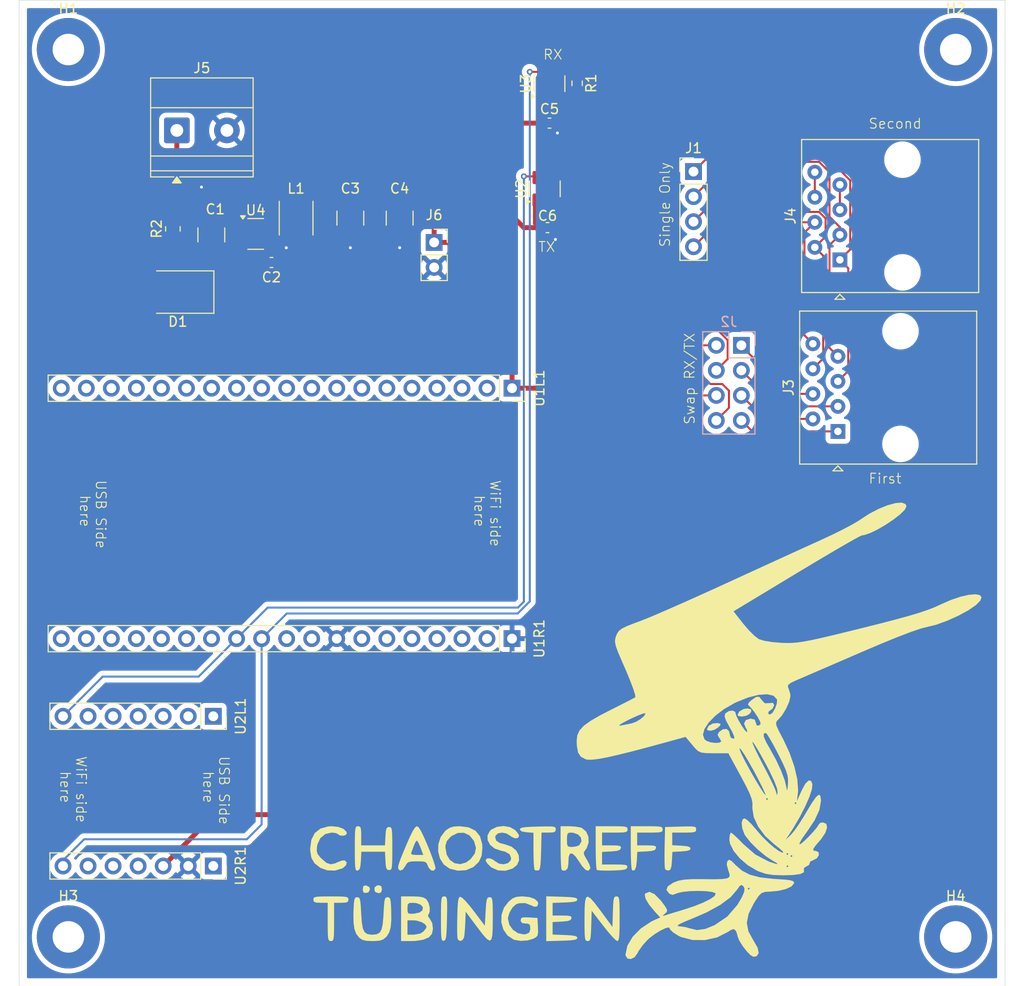
<source format=kicad_pcb>
(kicad_pcb
	(version 20241229)
	(generator "pcbnew")
	(generator_version "9.0")
	(general
		(thickness 1.6)
		(legacy_teardrops no)
	)
	(paper "A4")
	(title_block
		(title "Mikrocontroller LVDS Platine")
		(date "2025-10-20")
		(rev "1")
		(company "Chaostreff Tuebingen e.V.")
	)
	(layers
		(0 "F.Cu" signal)
		(2 "B.Cu" signal)
		(9 "F.Adhes" user "F.Adhesive")
		(11 "B.Adhes" user "B.Adhesive")
		(13 "F.Paste" user)
		(15 "B.Paste" user)
		(5 "F.SilkS" user "F.Silkscreen")
		(7 "B.SilkS" user "B.Silkscreen")
		(1 "F.Mask" user)
		(3 "B.Mask" user)
		(17 "Dwgs.User" user "User.Drawings")
		(19 "Cmts.User" user "User.Comments")
		(21 "Eco1.User" user "User.Eco1")
		(23 "Eco2.User" user "User.Eco2")
		(25 "Edge.Cuts" user)
		(27 "Margin" user)
		(31 "F.CrtYd" user "F.Courtyard")
		(29 "B.CrtYd" user "B.Courtyard")
		(35 "F.Fab" user)
		(33 "B.Fab" user)
		(39 "User.1" user)
		(41 "User.2" user)
		(43 "User.3" user)
		(45 "User.4" user)
	)
	(setup
		(stackup
			(layer "F.SilkS"
				(type "Top Silk Screen")
			)
			(layer "F.Paste"
				(type "Top Solder Paste")
			)
			(layer "F.Mask"
				(type "Top Solder Mask")
				(thickness 0.01)
			)
			(layer "F.Cu"
				(type "copper")
				(thickness 0.035)
			)
			(layer "dielectric 1"
				(type "core")
				(thickness 1.51)
				(material "FR4")
				(epsilon_r 4.5)
				(loss_tangent 0.02)
			)
			(layer "B.Cu"
				(type "copper")
				(thickness 0.035)
			)
			(layer "B.Mask"
				(type "Bottom Solder Mask")
				(thickness 0.01)
			)
			(layer "B.Paste"
				(type "Bottom Solder Paste")
			)
			(layer "B.SilkS"
				(type "Bottom Silk Screen")
			)
			(copper_finish "None")
			(dielectric_constraints no)
		)
		(pad_to_mask_clearance 0)
		(allow_soldermask_bridges_in_footprints no)
		(tenting front back)
		(pcbplotparams
			(layerselection 0x00000000_00000000_55555555_5755f5ff)
			(plot_on_all_layers_selection 0x00000000_00000000_00000000_00000000)
			(disableapertmacros no)
			(usegerberextensions yes)
			(usegerberattributes yes)
			(usegerberadvancedattributes yes)
			(creategerberjobfile no)
			(dashed_line_dash_ratio 12.000000)
			(dashed_line_gap_ratio 3.000000)
			(svgprecision 4)
			(plotframeref no)
			(mode 1)
			(useauxorigin no)
			(hpglpennumber 1)
			(hpglpenspeed 20)
			(hpglpendiameter 15.000000)
			(pdf_front_fp_property_popups yes)
			(pdf_back_fp_property_popups yes)
			(pdf_metadata yes)
			(pdf_single_document no)
			(dxfpolygonmode yes)
			(dxfimperialunits yes)
			(dxfusepcbnewfont yes)
			(psnegative no)
			(psa4output no)
			(plot_black_and_white yes)
			(sketchpadsonfab no)
			(plotpadnumbers no)
			(hidednponfab no)
			(sketchdnponfab yes)
			(crossoutdnponfab yes)
			(subtractmaskfromsilk no)
			(outputformat 1)
			(mirror no)
			(drillshape 0)
			(scaleselection 1)
			(outputdirectory "Gerber/")
		)
	)
	(net 0 "")
	(net 1 "GND")
	(net 2 "+12V")
	(net 3 "Net-(U4-SW)")
	(net 4 "+3.3V")
	(net 5 "Net-(J1-Pin_3)")
	(net 6 "Net-(J1-Pin_4)")
	(net 7 "Net-(J1-Pin_2)")
	(net 8 "Net-(J1-Pin_1)")
	(net 9 "unconnected-(U1L1-Pin_9-Pad9)")
	(net 10 "unconnected-(U1L1-Pin_4-Pad4)")
	(net 11 "unconnected-(U1L1-Pin_3-Pad3)")
	(net 12 "unconnected-(U1L1-Pin_19-Pad19)")
	(net 13 "unconnected-(U1L1-Pin_13-Pad13)")
	(net 14 "unconnected-(U1L1-Pin_6-Pad6)")
	(net 15 "unconnected-(U1L1-Pin_11-Pad11)")
	(net 16 "unconnected-(U1L1-Pin_15-Pad15)")
	(net 17 "unconnected-(U1L1-Pin_5-Pad5)")
	(net 18 "unconnected-(U1L1-Pin_7-Pad7)")
	(net 19 "unconnected-(U1L1-Pin_10-Pad10)")
	(net 20 "unconnected-(U1L1-Pin_12-Pad12)")
	(net 21 "unconnected-(U1L1-Pin_17-Pad17)")
	(net 22 "unconnected-(U1L1-Pin_18-Pad18)")
	(net 23 "unconnected-(U1L1-Pin_16-Pad16)")
	(net 24 "unconnected-(U1L1-Pin_8-Pad8)")
	(net 25 "unconnected-(U1L1-Pin_14-Pad14)")
	(net 26 "unconnected-(U1L1-Pin_2-Pad2)")
	(net 27 "unconnected-(U1R1-Pin_18-Pad18)")
	(net 28 "unconnected-(U1R1-Pin_13-Pad13)")
	(net 29 "unconnected-(U1R1-Pin_5-Pad5)")
	(net 30 "/UART_RX")
	(net 31 "unconnected-(U1R1-Pin_15-Pad15)")
	(net 32 "/UART_TX")
	(net 33 "unconnected-(U1R1-Pin_9-Pad9)")
	(net 34 "unconnected-(U1R1-Pin_6-Pad6)")
	(net 35 "unconnected-(U1R1-Pin_16-Pad16)")
	(net 36 "unconnected-(U1R1-Pin_19-Pad19)")
	(net 37 "unconnected-(U1R1-Pin_7-Pad7)")
	(net 38 "unconnected-(U1R1-Pin_14-Pad14)")
	(net 39 "unconnected-(U1R1-Pin_3-Pad3)")
	(net 40 "unconnected-(U1R1-Pin_17-Pad17)")
	(net 41 "unconnected-(U1R1-Pin_4-Pad4)")
	(net 42 "unconnected-(U1R1-Pin_2-Pad2)")
	(net 43 "unconnected-(U1R1-Pin_10-Pad10)")
	(net 44 "Net-(U4-BST)")
	(net 45 "Net-(J4-Pad5)")
	(net 46 "Net-(J4-Pad6)")
	(net 47 "+12V_EXT")
	(net 48 "Net-(J2-Pin_6)")
	(net 49 "Net-(J2-Pin_3)")
	(net 50 "Net-(J2-Pin_7)")
	(net 51 "Net-(J2-Pin_1)")
	(net 52 "Net-(J2-Pin_5)")
	(net 53 "Net-(J2-Pin_4)")
	(net 54 "Net-(J2-Pin_2)")
	(net 55 "Net-(J2-Pin_8)")
	(net 56 "unconnected-(H1-Pad1)")
	(net 57 "unconnected-(H2-Pad1)")
	(net 58 "unconnected-(H3-Pad1)")
	(net 59 "unconnected-(H4-Pad1)")
	(net 60 "unconnected-(U2L1-Pin_1-Pad1)")
	(net 61 "unconnected-(U2L1-Pin_2-Pad2)")
	(net 62 "unconnected-(U2L1-Pin_6-Pad6)")
	(net 63 "unconnected-(U2L1-Pin_5-Pad5)")
	(net 64 "unconnected-(U2L1-Pin_3-Pad3)")
	(net 65 "unconnected-(U2L1-Pin_4-Pad4)")
	(net 66 "unconnected-(U2R1-Pin_1-Pad1)")
	(net 67 "unconnected-(U2R1-Pin_5-Pad5)")
	(net 68 "unconnected-(U2R1-Pin_6-Pad6)")
	(net 69 "unconnected-(U2R1-Pin_4-Pad4)")
	(net 70 "+12V_fused")
	(footprint "Connector_PinSocket_2.54mm:PinSocket_1x02_P2.54mm_Vertical" (layer "F.Cu") (at 67.5 42.96))
	(footprint "Inductor_SMD:L_Wuerth_PMFI-322512" (layer "F.Cu") (at 53.5 40.5 90))
	(footprint "Capacitor_SMD:C_0603_1608Metric" (layer "F.Cu") (at 79 41.4625))
	(footprint "Resistor_SMD:R_0805_2012Metric" (layer "F.Cu") (at 41 41.5875 90))
	(footprint "Package_TO_SOT_SMD:SOT-23-5" (layer "F.Cu") (at 78.725 37.525 90))
	(footprint "Connector_PinSocket_2.54mm:PinSocket_1x19_P2.54mm_Vertical" (layer "F.Cu") (at 75.4 83.15 -90))
	(footprint "Capacitor_SMD:C_0603_1608Metric" (layer "F.Cu") (at 51 45 180))
	(footprint "TerminalBlock_Phoenix:TerminalBlock_Phoenix_MKDS-1,5-2-5.08_1x02_P5.08mm_Horizontal" (layer "F.Cu") (at 41.4 31.6))
	(footprint "Resistor_SMD:R_0603_1608Metric" (layer "F.Cu") (at 82 26.825 -90))
	(footprint "Connector_PinSocket_2.54mm:PinSocket_1x19_P2.54mm_Vertical" (layer "F.Cu") (at 75.4 57.75 -90))
	(footprint "Connector_PinSocket_2.54mm:PinSocket_1x07_P2.54mm_Vertical" (layer "F.Cu") (at 45.1 91.025 -90))
	(footprint "Capacitor_SMD:C_0603_1608Metric" (layer "F.Cu") (at 79.2 30.8625))
	(footprint "MountingHole:MountingHole_3.2mm_M3_Pad" (layer "F.Cu") (at 30.4 113.4))
	(footprint "Diode_SMD:D_SMB" (layer "F.Cu") (at 41.5 48 180))
	(footprint "MountingHole:MountingHole_3.2mm_M3_Pad" (layer "F.Cu") (at 30.4 23.4))
	(footprint "Connector_PinSocket_2.54mm:PinSocket_1x07_P2.54mm_Vertical" (layer "F.Cu") (at 45.1 106.21 -90))
	(footprint "Connector_RJ:RJ45_Amphenol_54602-x08_Horizontal" (layer "F.Cu") (at 108.45 62.13 90))
	(footprint "Package_TO_SOT_SMD:SOT-23-5" (layer "F.Cu") (at 79.2 26.8625 90))
	(footprint "MountingHole:MountingHole_3.2mm_M3_Pad" (layer "F.Cu") (at 120.4 113.4))
	(footprint "MountingHole:MountingHole_3.2mm_M3_Pad" (layer "F.Cu") (at 120.4 23.4))
	(footprint "Package_TO_SOT_SMD:TSOT-23-6" (layer "F.Cu") (at 49.4 42.1))
	(footprint "Capacitor_SMD:C_1210_3225Metric" (layer "F.Cu") (at 44.9 42.2 90))
	(footprint "Library:Logo_Chaostreff" (layer "F.Cu") (at 102.5 92.5))
	(footprint "Capacitor_SMD:C_1210_3225Metric" (layer "F.Cu") (at 59 40.5 -90))
	(footprint "Connector_PinHeader_2.54mm:PinHeader_1x04_P2.54mm_Vertical" (layer "F.Cu") (at 93.80683 35.78))
	(footprint "Capacitor_SMD:C_1210_3225Metric" (layer "F.Cu") (at 64 40.5 -90))
	(footprint "Connector_RJ:RJ45_Amphenol_54602-x08_Horizontal" (layer "F.Cu") (at 108.65 44.73 90))
	(footprint "Library:Logo_Chaostreff_Text" (layer "F.Cu") (at 74.5 108))
	(footprint "Connector_PinHeader_2.54mm:PinHeader_2x04_P2.54mm_Vertical" (layer "B.Cu") (at 98.66 53.4 180))
	(gr_rect
		(start 25.4 18.4)
		(end 125.4 118.4)
		(stroke
			(width 0.05)
			(type default)
		)
		(fill no)
		(layer "Edge.Cuts")
		(uuid "52c311d7-b073-4a57-9915-0ffb06ac0ec5")
	)
	(gr_text "WiFi side\n  here"
		(at 29.5 95 270)
		(layer "F.SilkS")
		(uuid "029cf471-7c4b-493b-a0ea-0256f9d7a36c")
		(effects
			(font
				(size 1 1)
				(thickness 0.1)
			)
			(justify left bottom)
		)
	)
	(gr_text "Swap RX/TX"
		(at 94 61.5 90)
		(layer "F.SilkS")
		(uuid "0db9d16b-9a01-46b6-a586-7dc3801acb40")
		(effects
			(font
				(size 1 1)
				(thickness 0.1)
			)
			(justify left bottom)
		)
	)
	(gr_text "Second"
		(at 111.5 31.5 0)
		(layer "F.SilkS")
		(uuid "2963b2e7-cd96-4ba7-93dc-c1d485abf5fb")
		(effects
			(font
				(size 1 1)
				(thickness 0.1)
			)
			(justify left bottom)
		)
	)
	(gr_text "USB Side\n  here"
		(at 44 95 270)
		(layer "F.SilkS")
		(uuid "37fdecb8-0499-4ca8-8e82-262913ec45fe")
		(effects
			(font
				(size 1 1)
				(thickness 0.1)
			)
			(justify left bottom)
		)
	)
	(gr_text "Single Only"
		(at 91.5 43.5 90)
		(layer "F.SilkS")
		(uuid "6e738f8a-8802-469e-9ed0-b2befd9c57b7")
		(effects
			(font
				(size 1 1)
				(thickness 0.1)
			)
			(justify left bottom)
		)
	)
	(gr_text "USB Side\n  here"
		(at 31.5 67 270)
		(layer "F.SilkS")
		(uuid "9afd4081-f3ea-419b-b8e5-691d630adf02")
		(effects
			(font
				(size 1 1)
				(thickness 0.1)
			)
			(justify left bottom)
		)
	)
	(gr_text "RX"
		(at 78.5 24.5 0)
		(layer "F.SilkS")
		(uuid "eb1256bb-8556-4dbd-bb13-970ecabeb0ea")
		(effects
			(font
				(size 1 1)
				(thickness 0.1)
			)
			(justify left bottom)
		)
	)
	(gr_text "First"
		(at 111.5 67.5 0)
		(layer "F.SilkS")
		(uuid "ecf16674-8a93-4ad7-86c9-6e6da918b735")
		(effects
			(font
				(size 1 1)
				(thickness 0.1)
			)
			(justify left bottom)
		)
	)
	(gr_text "TX"
		(at 78 44 0)
		(layer "F.SilkS")
		(uuid "f1dfa0f7-0277-4b38-aece-0ef036afd068")
		(effects
			(font
				(size 1 1)
				(thickness 0.1)
			)
			(justify left bottom)
		)
	)
	(gr_text "WiFi side\n  here"
		(at 71.5 67 270)
		(layer "F.SilkS")
		(uuid "fcbe22b0-311d-4936-a3cd-5c5dfe4459fc")
		(effects
			(font
				(size 1 1)
				(thickness 0.1)
			)
			(justify left bottom)
		)
	)
	(segment
		(start 64 41.975)
		(end 64 43.5)
		(width 0.5)
		(layer "F.Cu")
		(net 1)
		(uuid "0b7f58d9-0188-4d5e-a692-2edb62b25c4a")
	)
	(segment
		(start 79.2 30.0875)
		(end 79.975 30.8625)
		(width 0.5)
		(layer "F.Cu")
		(net 1)
		(uuid "1226a2db-1ab6-408a-bb51-8499990a7cb9")
	)
	(segment
		(start 50.9875 43.5)
		(end 52.5 43.5)
		(width 0.5)
		(layer "F.Cu")
		(net 1)
		(uuid "26e47c29-335b-49d3-9453-ae6a6e0ca697")
	)
	(segment
		(start 46.48 31.6)
		(end 43.9 34.18)
		(width 0.5)
		(layer "F.Cu")
		(net 1)
		(uuid "2fb59e96-35a1-45c6-b12d-314a38048a96")
	)
	(segment
		(start 43.9 37.35)
		(end 43.9 39.725)
		(width 0.5)
		(layer "F.Cu")
		(net 1)
		(uuid "648883c5-161e-4282-b517-23877d0cdc8e")
	)
	(segment
		(start 50.5375 43.05)
		(end 50.9875 43.5)
		(width 0.5)
		(layer "F.Cu")
		(net 1)
		(uuid "68fc178e-8879-499f-9300-3a75d2984ba9")
	)
	(segment
		(start 78.725 40.4125)
		(end 78.725 38.6625)
		(width 0.5)
		(layer "F.Cu")
		(net 1)
		(uuid "6fb770e2-09af-41c0-b9ef-ebe6ee1fb55d")
	)
	(segment
		(start 79.8 41.4875)
		(end 79.775 41.4625)
		(width 0.5)
		(layer "F.Cu")
		(net 1)
		(uuid "71e585fb-200c-423d-9c98-6e1c812b47d0")
	)
	(segment
		(start 59 41.975)
		(end 59 43.5)
		(width 0.5)
		(layer "F.Cu")
		(net 1)
		(uuid "7937e2b2-3879-4d6e-92af-c94dba15f879")
	)
	(segment
		(start 80 30.8875)
		(end 79.975 30.8625)
		(width 0.5)
		(layer "F.Cu")
		(net 1)
		(uuid "841c4180-025e-4e0d-91c1-7aff8972a1ac")
	)
	(segment
		(start 80 31.8625)
		(end 80 30.8875)
		(width 0.5)
		(layer "F.Cu")
		(net 1)
		(uuid "993883ad-ea37-4318-af6b-35042bb6fd37")
	)
	(segment
		(start 79.775 41.4625)
		(end 78.725 40.4125)
		(width 0.5)
		(layer "F.Cu")
		(net 1)
		(uuid "9be192b9-cfeb-4dc9-a384-96f57865cc69")
	)
	(segment
		(start 43.9 34.18)
		(end 43.9 37.35)
		(width 0.5)
		(layer "F.Cu")
		(net 1)
		(uuid "b26e1b9d-b82a-4279-9e80-4f4b7fefc7b2")
	)
	(segment
		(start 79.2 28)
		(end 79.2 30.0875)
		(width 0.5)
		(layer "F.Cu")
		(net 1)
		(uuid "c3323d65-11fa-47d0-926e-bdb770048113")
	)
	(segment
		(start 79.8 42.6625)
		(end 79.8 41.4875)
		(width 0.5)
		(layer "F.Cu")
		(net 1)
		(uuid "c4e6d91b-ac0a-4cb9-9434-f3a7263846b0")
	)
	(segment
		(start 43.9 39.725)
		(end 44.9 40.725)
		(width 0.5)
		(layer "F.Cu")
		(net 1)
		(uuid "e2099843-1008-497e-a699-93fa4c515b86")
	)
	(via
		(at 43.9 37.35)
		(size 0.6)
		(drill 0.3)
		(layers "F.Cu" "B.Cu")
		(net 1)
		(uuid "103d210f-68a3-438b-b6af-e4fded3a1197")
	)
	(via
		(at 79.8 42.6625)
		(size 0.6)
		(drill 0.3)
		(layers "F.Cu" "B.Cu")
		(free yes)
		(net 1)
		(uuid "69ceb8db-b475-499e-963c-8b2a51a9e4a2")
	)
	(via
		(at 80 31.8625)
		(size 0.6)
		(drill 0.3)
		(layers "F.Cu" "B.Cu")
		(free yes)
		(net 1)
		(uuid "7543e3be-1325-4d5f-b617-069c67c1c09d")
	)
	(via
		(at 52.5 43.5)
		(size 0.6)
		(drill 0.3)
		(layers "F.Cu" "B.Cu")
		(free yes)
		(net 1)
		(uuid "8284349d-e00c-4835-b906-241c4e63484e")
	)
	(via
		(at 59 43.5)
		(size 0.6)
		(drill 0.3)
		(layers "F.Cu" "B.Cu")
		(free yes)
		(net 1)
		(uuid "d806c2ad-7943-4e9c-a6a6-5f0808eb6890")
	)
	(via
		(at 64 43.5)
		(size 0.6)
		(drill 0.3)
		(layers "F.Cu" "B.Cu")
		(free yes)
		(net 1)
		(uuid "fad42152-3701-48f1-a4c7-22c3514d9b5d")
	)
	(segment
		(start 44.9 43.675)
		(end 47.6375 43.675)
		(width 0.5)
		(layer "F.Cu")
		(net 2)
		(uuid "2496b0ce-9495-442b-aa7e-e5a2fec47a58")
	)
	(segment
		(start 44.9 46.75)
		(end 43.65 48)
		(width 0.5)
		(layer "F.Cu")
		(net 2)
		(uuid "40214c81-28bb-429f-a0bb-3482980241a9")
	)
	(segment
		(start 47.6375 43.675)
		(end 48.2625 43.05)
		(width 0.5)
		(layer "F.Cu")
		(net 2)
		(uuid "52a275b7-9ded-4783-ae16-00a141ccdd70")
	)
	(segment
		(start 44.9 43.675)
		(end 44.9 46.75)
		(width 0.5)
		(layer "F.Cu")
		(net 2)
		(uuid "9c2901d3-91c1-4276-af84-78f263e98513")
	)
	(segment
		(start 48.2625 43.05)
		(end 48.2625 42.1)
		(width 0.5)
		(layer "F.Cu")
		(net 2)
		(uuid "f9d81d93-c8a2-4e79-9fc4-2410dc47c593")
	)
	(segment
		(start 50.5375 42.1)
		(end 53.3 42.1)
		(width 0.5)
		(layer "F.Cu")
		(net 3)
		(uuid "21897117-75c5-46c0-879b-064bacfafb5c")
	)
	(segment
		(start 53.3 42.1)
		(end 53.5 41.9)
		(width 0.5)
		(layer "F.Cu")
		(net 3)
		(uuid "4b6f79ac-0686-4869-a504-df60d57b3552")
	)
	(segment
		(start 53.5 44)
		(end 53.5 41.9)
		(width 0.5)
		(layer "F.Cu")
		(net 3)
		(uuid "b6beaa27-fd52-45ee-b445-5640691d75dc")
	)
	(segment
		(start 51.775 45)
		(end 52.5 45)
		(width 0.5)
		(layer "F.Cu")
		(net 3)
		(uuid "d3ac2077-745c-439b-b6c3-29b5cd6968f6")
	)
	(segment
		(start 52.5 45)
		(end 53.5 44)
		(width 0.5)
		(layer "F.Cu")
		(net 3)
		(uuid "e5667517-6a78-4732-ac8d-9eb4857ec272")
	)
	(segment
		(start 72.1875 39.6125)
		(end 73.8 38)
		(width 0.5)
		(layer "F.Cu")
		(net 4)
		(uuid "0c0f03b8-be61-4f66-ab01-c1d3ac93fece")
	)
	(segment
		(start 67.5 40)
		(end 67.5 42.96)
		(width 0.5)
		(layer "F.Cu")
		(net 4)
		(uuid "3076985b-b00b-4951-a581-7753d00f1e91")
	)
	(segment
		(start 64 39.025)
		(end 66.525 39.025)
		(width 0.5)
		(layer "F.Cu")
		(net 4)
		(uuid "39ad388e-82b1-4fd6-8153-509a1e9f4cce")
	)
	(segment
		(start 75.4 57.75)
		(end 75.4 49.47)
		(width 0.5)
		(layer "F.Cu")
		(net 4)
		(uuid "42a7c886-13cf-4307-8a44-e6f1cb92d04f")
	)
	(segment
		(start 72.1875 39.6625)
		(end 68.89 42.96)
		(width 0.5)
		(layer "F.Cu")
		(net 4)
		(uuid "434c6751-6fac-4d75-bcc4-78ab34308d58")
	)
	(segment
		(start 65.5 101)
		(end 45.23 101)
		(width 0.5)
		(layer "F.Cu")
		(net 4)
		(uuid "5093eb3b-cb3f-4411-83e0-c85d5345cac0")
	)
	(segment
		(start 73.8 38)
		(end 73.8 31.8625)
		(width 0.5)
		(layer "F.Cu")
		(net 4)
		(uuid "5de07798-e26b-4c42-a694-7205ecd464e4")
	)
	(segment
		(start 78.25 28)
		(end 78.25 30.6875)
		(width 0.5)
		(layer "F.Cu")
		(net 4)
		(uuid "860b04c1-abbe-462d-b831-b2c76da0147e")
	)
	(segment
		(start 72.1875 39.6625)
		(end 74.8 39.6625)
		(width 0.5)
		(layer "F.Cu")
		(net 4)
		(uuid "86eaa89c-77c2-484b-8742-ac806619e401")
	)
	(segment
		(start 78.225 41.4625)
		(end 77.775 41.0125)
		(width 0.5)
		(layer "F.Cu")
		(net 4)
		(uuid "9006f0cf-9c5d-4952-b7d1-69781b2548e6")
	)
	(segment
		(start 58.775 39.25)
		(end 59 39.025)
		(width 0.5)
		(layer "F.Cu")
		(net 4)
		(uuid "9aa1736b-1127-4e75-ba8c-1058da976236")
	)
	(segment
		(start 48.2625 40.2375)
		(end 48.2625 41.15)
		(width 0.5)
		(layer "F.Cu")
		(net 4)
		(uuid "9be8b1e5-a246-4497-80b6-6438b96e5a17")
	)
	(segment
		(start 68.89 42.96)
		(end 67.5 42.96)
		(width 0.5)
		(layer "F.Cu")
		(net 4)
		(uuid "9fc0868e-1648-4c65-a631-b84c530a9270")
	)
	(segment
		(start 72.1875 39.6625)
		(end 72.1875 39.6125)
		(width 0.5)
		(layer "F.Cu")
		(net 4)
		(uuid "a0deaa40-234e-417b-bee1-a254813ec8a4")
	)
	(segment
		(start 78.25 57.75)
		(end 80 59.5)
		(width 0.5)
		(layer "F.Cu")
		(net 4)
		(uuid "b3feea43-63a1-49db-9465-e6719c7275af")
	)
	(segment
		(start 74.8 30.8625)
		(end 78.425 30.8625)
		(width 0.5)
		(layer "F.Cu")
		(net 4)
		(uuid "b935465a-5de9-44dd-9adf-3329181451a2")
	)
	(segment
		(start 53.5 39.25)
		(end 58.775 39.25)
		(width 0.5)
		(layer "F.Cu")
		(net 4)
		(uuid "c2c7ebbb-9c59-41eb-a246-51e3c2d57b59")
	)
	(segment
		(start 78.25 30.6875)
		(end 78.425 30.8625)
		(width 0.5)
		(layer "F.Cu")
		(net 4)
		(uuid "c3e8a409-c3c8-4296-8c40-43e54d440859")
	)
	(segment
		(start 59 39.025)
		(end 64 39.025)
		(width 0.5)
		(layer "F.Cu")
		(net 4)
		(uuid "c7aa53ff-0b2f-4f7e-a26c-d789d930d142")
	)
	(segment
		(start 75.4 49.47)
		(end 68.89 42.96)
		(width 0.5)
		(layer "F.Cu")
		(net 4)
		(uuid "c8cdf071-bbde-412f-b228-d7c4cfb4b161")
	)
	(segment
		(start 75.4 57.75)
		(end 78.25 57.75)
		(width 0.5)
		(layer "F.Cu")
		(net 4)
		(uuid "cece84c5-1c8c-489f-bf47-fc10acc67718")
	)
	(segment
		(start 80 59.5)
		(end 80 86.5)
		(width 0.5)
		(layer "F.Cu")
		(net 4)
		(uuid "de9693e4-e6b1-4e80-9dcd-07dc7d428b9a")
	)
	(segment
		(start 74.8 39.6625)
		(end 76.6 41.4625)
		(width 0.5)
		(layer "F.Cu")
		(net 4)
		(uuid "dfce569e-05a8-4ece-ac0c-bd528083aef7")
	)
	(segment
		(start 53.5 39.1)
		(end 49.4 39.1)
		(width 0.5)
		(layer "F.Cu")
		(net 4)
		(uuid "e3ca0c44-fa20-42f3-9dc2-4f63c66c7fa2")
	)
	(segment
		(start 76.6 41.4625)
		(end 78.225 41.4625)
		(width 0.5)
		(layer "F.Cu")
		(net 4)
		(uuid "e495156f-6598-417f-8acd-14d8446a2321")
	)
	(segment
		(start 66.525 39.025)
		(end 67.5 40)
		(width 0.5)
		(layer "F.Cu")
		(net 4)
		(uuid "e9a87c0f-a052-494f-af58-c3ece3498
... [184260 chars truncated]
</source>
